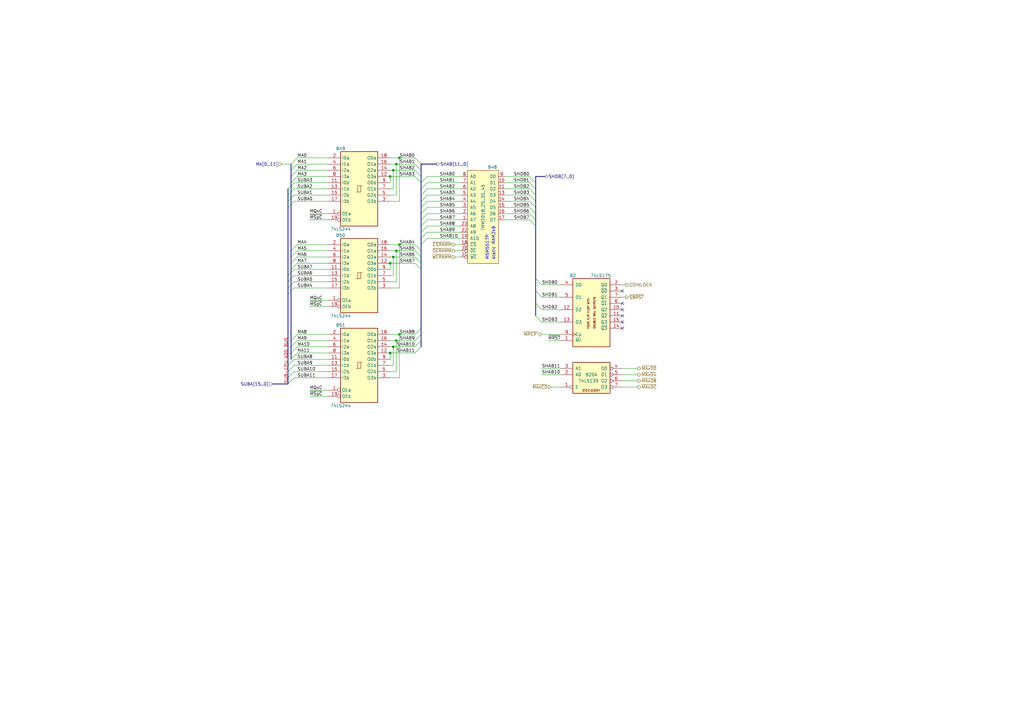
<source format=kicad_sch>
(kicad_sch (version 20231120) (generator "eeschema") (generator_version "8.0")
  (paper "A3")
  (title_block (date "2024-11-16") (rev "José Tejada G.") (company "JOTEGO") (comment 1 "www.patreon.com/jotego") (comment 2 "José Tejada"))
  (lib_symbols
    (symbol "arcade:TMM2018_25_35_45" (pin_names (offset 1.016))
      (property "Reference" "U" (at 0 10.16 0))
      (property "Value" "TMM2018_25_35_45" (at 0 7.62 0))
      (symbol "TMM2018_25_35_45_0_1"
        (rectangle (start -6.35 5.08) (end 6.35 -33.02) (fill (type background)))
      )
      (symbol "TMM2018_25_35_45_1_1"
        (pin input line (at -8.89 -15.24 0) (length 2.54) (name "A7") (number "1"))
        (pin bidirectional line (at 8.89 0 180) (length 2.54) (name "D1") (number "10"))
        (pin bidirectional line (at 8.89 -2.54 180) (length 2.54) (name "D2") (number "11"))
        (pin power_in line (at 0 -33.02 90) (length 2.54) hide (name "GND") (number "12"))
        (pin bidirectional line (at 8.89 -5.08 180) (length 2.54) (name "D3") (number "13"))
        (pin bidirectional line (at 8.89 -7.62 180) (length 2.54) (name "D4") (number "14"))
        (pin bidirectional line (at 8.89 -10.16 180) (length 2.54) (name "D5") (number "15"))
        (pin bidirectional line (at 8.89 -12.7 180) (length 2.54) (name "D6") (number "16"))
        (pin bidirectional line (at 8.89 -15.24 180) (length 2.54) (name "D7") (number "17"))
        (pin input inverted (at -8.89 -25.4 0) (length 2.54) (name "~{CS}") (number "18"))
        (pin input line (at -8.89 -22.86 0) (length 2.54) (name "A10") (number "19"))
        (pin input line (at -8.89 -12.7 0) (length 2.54) (name "A6") (number "2"))
        (pin input inverted (at -8.89 -27.94 0) (length 2.54) (name "~{0E}") (number "20"))
        (pin input inverted (at -8.89 -30.48 0) (length 2.54) (name "~{WE}") (number "21"))
        (pin input line (at -8.89 -20.32 0) (length 2.54) (name "A9") (number "22"))
        (pin input line (at -8.89 -17.78 0) (length 2.54) (name "A8") (number "23"))
        (pin power_in line (at 0 5.08 270) (length 2.54) hide (name "VCC") (number "24"))
        (pin input line (at -8.89 -10.16 0) (length 2.54) (name "A5") (number "3"))
        (pin input line (at -8.89 -7.62 0) (length 2.54) (name "A4") (number "4"))
        (pin input line (at -8.89 -5.08 0) (length 2.54) (name "A3") (number "5"))
        (pin input line (at -8.89 -2.54 0) (length 2.54) (name "A2") (number "6"))
        (pin input line (at -8.89 0 0) (length 2.54) (name "A1") (number "7"))
        (pin input line (at -8.89 2.54 0) (length 2.54) (name "A0") (number "8"))
        (pin bidirectional line (at 8.89 2.54 180) (length 2.54) (name "D0") (number "9"))
      )
    )
    (symbol "jt74:74LS139" (pin_names (offset 1.016))
      (property "Reference" "U" (at 0 1.27 0))
      (property "Value" "74LS139" (at 0 -1.27 0))
      (symbol "74LS139_0_0"
        (text "decoder" (at 0 -6.35 0) (effects (font (size 1.27 1.27))))
      )
      (symbol "74LS139_1_0"
        (pin input inverted (at -12.7 -5.08 0) (length 5.08) (name "E") (number "1"))
        (pin input line (at -12.7 0 0) (length 5.08) (name "A0") (number "2"))
        (pin input line (at -12.7 2.54 0) (length 5.08) (name "A1") (number "3"))
        (pin output inverted (at 12.7 2.54 180) (length 5.08) (name "O0") (number "4"))
        (pin output inverted (at 12.7 0 180) (length 5.08) (name "O1") (number "5"))
        (pin output inverted (at 12.7 -2.54 180) (length 5.08) (name "O2") (number "6"))
        (pin output inverted (at 12.7 -5.08 180) (length 5.08) (name "O3") (number "7"))
      )
      (symbol "74LS139_1_1"
        (rectangle (start -7.62 5.08) (end 7.62 -7.62) (stroke (width 0.254)) (fill (type background)))
      )
      (symbol "74LS139_2_0"
        (pin output inverted (at 12.7 -2.54 180) (length 5.08) (name "O2") (number "10"))
        (pin output inverted (at 12.7 0 180) (length 5.08) (name "O1") (number "11"))
        (pin output inverted (at 12.7 2.54 180) (length 5.08) (name "O0") (number "12"))
        (pin input line (at -12.7 2.54 0) (length 5.08) (name "A1") (number "13"))
        (pin input line (at -12.7 0 0) (length 5.08) (name "A0") (number "14"))
        (pin input inverted (at -12.7 -5.08 0) (length 5.08) (name "E") (number "15"))
        (pin output inverted (at 12.7 -5.08 180) (length 5.08) (name "O3") (number "9"))
      )
      (symbol "74LS139_2_1"
        (rectangle (start -7.62 5.08) (end 7.62 -7.62) (stroke (width 0.254)) (fill (type background)))
      )
      (symbol "74LS139_3_0"
        (pin power_in line (at 0 7.62 270) (length 5.08) hide (name "VCC") (number "16"))
        (pin power_in line (at 0 -7.62 90) (length 5.08) hide (name "VSS") (number "8"))
      )
      (symbol "74LS139_3_1"
        (rectangle (start -5.08 7.62) (end 5.08 -7.62) (stroke (width 0.254)) (fill (type background)))
        (text "+" (at 0 6.35 0) (effects (font (size 1.27 1.27))))
      )
    )
    (symbol "jt74:74LS175" (pin_names (offset 1.016))
      (property "Reference" "U" (at 7.62 13.97 0))
      (property "Value" "74LS175" (at 7.62 -16.51 0))
      (symbol "74LS175_0_0"
        (text "DOUBLE RAIL OUTPUTS" (at 1.27 -1.27 900) (effects (font (size 0.762 0.762))))
        (text "FOUR FLIP FLOP WITH " (at -1.27 -1.27 900) (effects (font (size 0.762 0.762))))
      )
      (symbol "74LS175_1_0"
        (pin input line (at -12.7 -12.7 0) (length 5.08) (name "~{Mr}") (number "1"))
        (pin output line (at 12.7 0 180) (length 5.08) (name "Q2") (number "10"))
        (pin output line (at 12.7 -2.54 180) (length 5.08) (name "~{Q2}") (number "11"))
        (pin input line (at -12.7 0 0) (length 5.08) (name "D2") (number "12"))
        (pin input line (at -12.7 -5.08 0) (length 5.08) (name "D3") (number "13"))
        (pin output line (at 12.7 -7.62 180) (length 5.08) (name "~{Q3}") (number "14"))
        (pin output line (at 12.7 -5.08 180) (length 5.08) (name "Q3") (number "15"))
        (pin power_in line (at 0 12.7 270) (length 5.08) hide (name "VCC") (number "16"))
        (pin output line (at 12.7 10.16 180) (length 5.08) (name "Q0") (number "2"))
        (pin output line (at 12.7 7.62 180) (length 5.08) (name "~{Q0}") (number "3"))
        (pin input line (at -12.7 10.16 0) (length 5.08) (name "D0") (number "4"))
        (pin input line (at -12.7 5.08 0) (length 5.08) (name "D1") (number "5"))
        (pin output line (at 12.7 2.54 180) (length 5.08) (name "~{Q1}") (number "6"))
        (pin output line (at 12.7 5.08 180) (length 5.08) (name "Q1") (number "7"))
        (pin power_in line (at 0 -15.24 90) (length 5.08) hide (name "GND") (number "8"))
        (pin input clock (at -12.7 -10.16 0) (length 5.08) (name "Cp") (number "9"))
      )
      (symbol "74LS175_1_1"
        (rectangle (start -7.62 12.7) (end 7.62 -15.24) (stroke (width 0.254)) (fill (type background)))
      )
    )
    (symbol "jt74:74LS244"
      (property "Reference" "U" (at 7.62 16.51 0))
      (property "Value" "74LS244" (at 3.175 -13.97 0))
      (symbol "74LS244_1_0"
        (polyline (pts (xy -0.635 -1.27) (xy -0.635 1.27) (xy 0.635 1.27)))
        (polyline (pts (xy -1.27 -1.27) (xy 0.635 -1.27) (xy 0.635 1.27) (xy 1.27 1.27)))
        (pin input inverted (at -12.7 -10.16 0) (length 5.08) (name "OEa") (number "1"))
        (pin power_in line (at 0 -15.24 90) (length 5.08) hide (name "VSS") (number "10"))
        (pin input line (at -12.7 2.54 0) (length 5.08) (name "I0b") (number "11"))
        (pin tri_state line (at 12.7 5.08 180) (length 5.08) (name "O3a") (number "12"))
        (pin input line (at -12.7 0 0) (length 5.08) (name "I1b") (number "13"))
        (pin tri_state line (at 12.7 7.62 180) (length 5.08) (name "O2a") (number "14"))
        (pin input line (at -12.7 -2.54 0) (length 5.08) (name "I2b") (number "15"))
        (pin tri_state line (at 12.7 10.16 180) (length 5.08) (name "O1a") (number "16"))
        (pin input line (at -12.7 -5.08 0) (length 5.08) (name "I3b") (number "17"))
        (pin tri_state line (at 12.7 12.7 180) (length 5.08) (name "O0a") (number "18"))
        (pin input inverted (at -12.7 -12.7 0) (length 5.08) (name "OEb") (number "19"))
        (pin input line (at -12.7 12.7 0) (length 5.08) (name "I0a") (number "2"))
        (pin power_in line (at 0 15.24 270) (length 5.08) hide (name "VCC") (number "20"))
        (pin tri_state line (at 12.7 -5.08 180) (length 5.08) (name "O3b") (number "3"))
        (pin input line (at -12.7 10.16 0) (length 5.08) (name "I1a") (number "4"))
        (pin tri_state line (at 12.7 -2.54 180) (length 5.08) (name "O2b") (number "5"))
        (pin input line (at -12.7 7.62 0) (length 5.08) (name "I2a") (number "6"))
        (pin tri_state line (at 12.7 0 180) (length 5.08) (name "O1b") (number "7"))
        (pin input line (at -12.7 5.08 0) (length 5.08) (name "I3a") (number "8"))
        (pin tri_state line (at 12.7 2.54 180) (length 5.08) (name "O0b") (number "9"))
      )
      (symbol "74LS244_1_1"
        (rectangle (start -7.62 15.24) (end 7.62 -15.24) (stroke (width 0.254)) (fill (type background)))
      )
    )
  )
  (junction (at 160.02 72.39))
  (junction (at 161.29 105.41))
  (junction (at 162.56 67.31))
  (junction (at 163.83 137.16))
  (junction (at 160.02 144.78))
  (junction (at 163.83 100.33))
  (junction (at 161.29 142.24))
  (junction (at 162.56 102.87))
  (junction (at 162.56 139.7))
  (junction (at 161.29 69.85))
  (junction (at 163.83 64.77))
  (junction (at 160.02 107.95))
  (no_connect (at 255.27 119.38))
  (no_connect (at 255.27 127))
  (no_connect (at 255.27 132.08))
  (no_connect (at 255.27 134.62))
  (no_connect (at 255.27 129.54))
  (no_connect (at 255.27 124.46))
  (bus_entry (at 121.92 100.33) (size -2.54 2.54))
  (bus_entry (at 170.18 107.95) (size 2.54 2.54))
  (bus_entry (at 120.65 110.49) (size -2.54 2.54))
  (bus_entry (at 175.26 80.01) (size -2.54 2.54))
  (bus_entry (at 121.92 67.31) (size -2.54 2.54))
  (bus_entry (at 170.18 137.16) (size 2.54 -2.54))
  (bus_entry (at 170.18 105.41) (size 2.54 2.54))
  (bus_entry (at 170.18 102.87) (size 2.54 2.54))
  (bus_entry (at 120.65 147.32) (size -2.54 2.54))
  (bus_entry (at 121.92 102.87) (size -2.54 2.54))
  (bus_entry (at 217.17 77.47) (size 2.54 2.54))
  (bus_entry (at 121.92 107.95) (size -2.54 2.54))
  (bus_entry (at 121.92 139.7) (size -2.54 2.54))
  (bus_entry (at 120.65 115.57) (size -2.54 2.54))
  (bus_entry (at 170.18 100.33) (size 2.54 2.54))
  (bus_entry (at 217.17 74.93) (size 2.54 2.54))
  (bus_entry (at 121.92 144.78) (size -2.54 2.54))
  (bus_entry (at 118.11 80.01) (size 2.54 -2.54))
  (bus_entry (at 121.92 137.16) (size -2.54 2.54))
  (bus_entry (at 217.17 87.63) (size 2.54 2.54))
  (bus_entry (at 175.26 85.09) (size -2.54 2.54))
  (bus_entry (at 118.11 82.55) (size 2.54 -2.54))
  (bus_entry (at 170.18 72.39) (size 2.54 2.54))
  (bus_entry (at 170.18 69.85) (size 2.54 2.54))
  (bus_entry (at 121.92 142.24) (size -2.54 2.54))
  (bus_entry (at 175.26 92.71) (size -2.54 2.54))
  (bus_entry (at 170.18 139.7) (size 2.54 -2.54))
  (bus_entry (at 118.11 77.47) (size 2.54 -2.54))
  (bus_entry (at 175.26 74.93) (size -2.54 2.54))
  (bus_entry (at 170.18 67.31) (size 2.54 2.54))
  (bus_entry (at 121.92 105.41) (size -2.54 2.54))
  (bus_entry (at 120.65 118.11) (size -2.54 2.54))
  (bus_entry (at 175.26 87.63) (size -2.54 2.54))
  (bus_entry (at 175.26 82.55) (size -2.54 2.54))
  (bus_entry (at 170.18 144.78) (size 2.54 -2.54))
  (bus_entry (at 170.18 64.77) (size 2.54 2.54))
  (bus_entry (at 217.17 80.01) (size 2.54 2.54))
  (bus_entry (at 219.71 119.38) (size 2.54 2.54))
  (bus_entry (at 217.17 90.17) (size 2.54 2.54))
  (bus_entry (at 170.18 142.24) (size 2.54 -2.54))
  (bus_entry (at 118.11 85.09) (size 2.54 -2.54))
  (bus_entry (at 120.65 149.86) (size -2.54 2.54))
  (bus_entry (at 217.17 72.39) (size 2.54 2.54))
  (bus_entry (at 120.65 152.4) (size -2.54 2.54))
  (bus_entry (at 120.65 154.94) (size -2.54 2.54))
  (bus_entry (at 217.17 82.55) (size 2.54 2.54))
  (bus_entry (at 175.26 90.17) (size -2.54 2.54))
  (bus_entry (at 219.71 124.46) (size 2.54 2.54))
  (bus_entry (at 219.71 129.54) (size 2.54 2.54))
  (bus_entry (at 217.17 85.09) (size 2.54 2.54))
  (bus_entry (at 121.92 64.77) (size -2.54 2.54))
  (bus_entry (at 120.65 113.03) (size -2.54 2.54))
  (bus_entry (at 175.26 97.79) (size -2.54 2.54))
  (bus_entry (at 219.71 114.3) (size 2.54 2.54))
  (bus_entry (at 175.26 77.47) (size -2.54 2.54))
  (bus_entry (at 121.92 72.39) (size -2.54 2.54))
  (bus_entry (at 175.26 95.25) (size -2.54 2.54))
  (bus_entry (at 121.92 69.85) (size -2.54 2.54))
  (bus_entry (at 175.26 72.39) (size -2.54 2.54))
  (wire (pts (xy 163.83 82.55) (xy 163.83 64.77)))
  (bus (pts (xy 172.72 69.85) (xy 172.72 72.39)))
  (bus (pts (xy 119.38 142.24) (xy 119.38 144.78)))
  (wire (pts (xy 160.02 69.85) (xy 161.29 69.85)))
  (bus (pts (xy 172.72 137.16) (xy 172.72 139.7)))
  (wire (pts (xy 120.65 82.55) (xy 134.62 82.55)))
  (bus (pts (xy 219.71 80.01) (xy 219.71 82.55)))
  (bus (pts (xy 172.72 80.01) (xy 172.72 82.55)))
  (wire (pts (xy 189.23 80.01) (xy 175.26 80.01)))
  (wire (pts (xy 222.25 127) (xy 229.87 127)))
  (bus (pts (xy 118.11 154.94) (xy 118.11 157.48)))
  (wire (pts (xy 162.56 152.4) (xy 162.56 139.7)))
  (wire (pts (xy 162.56 67.31) (xy 170.18 67.31)))
  (wire (pts (xy 160.02 139.7) (xy 162.56 139.7)))
  (wire (pts (xy 207.01 72.39) (xy 217.17 72.39)))
  (wire (pts (xy 127 123.19) (xy 134.62 123.19)))
  (bus (pts (xy 172.72 67.31) (xy 172.72 69.85)))
  (wire (pts (xy 134.62 137.16) (xy 121.92 137.16)))
  (wire (pts (xy 162.56 67.31) (xy 162.56 80.01)))
  (wire (pts (xy 222.25 132.08) (xy 229.87 132.08)))
  (wire (pts (xy 120.65 113.03) (xy 134.62 113.03)))
  (bus (pts (xy 118.11 152.4) (xy 118.11 154.94)))
  (wire (pts (xy 175.26 74.93) (xy 189.23 74.93)))
  (wire (pts (xy 162.56 115.57) (xy 162.56 102.87)))
  (bus (pts (xy 172.72 102.87) (xy 172.72 105.41)))
  (wire (pts (xy 120.65 110.49) (xy 134.62 110.49)))
  (bus (pts (xy 172.72 95.25) (xy 172.72 97.79)))
  (wire (pts (xy 134.62 144.78) (xy 121.92 144.78)))
  (wire (pts (xy 189.23 92.71) (xy 175.26 92.71)))
  (wire (pts (xy 189.23 87.63) (xy 175.26 87.63)))
  (wire (pts (xy 207.01 77.47) (xy 217.17 77.47)))
  (wire (pts (xy 207.01 74.93) (xy 217.17 74.93)))
  (bus (pts (xy 223.52 72.39) (xy 219.71 72.39)))
  (bus (pts (xy 119.38 139.7) (xy 119.38 142.24)))
  (bus (pts (xy 219.71 85.09) (xy 219.71 87.63)))
  (bus (pts (xy 172.72 74.93) (xy 172.72 77.47)))
  (bus (pts (xy 118.11 118.11) (xy 118.11 120.65)))
  (wire (pts (xy 224.79 139.7) (xy 229.87 139.7)))
  (wire (pts (xy 160.02 149.86) (xy 161.29 149.86)))
  (wire (pts (xy 120.65 74.93) (xy 134.62 74.93)))
  (bus (pts (xy 219.71 119.38) (xy 219.71 124.46)))
  (wire (pts (xy 160.02 144.78) (xy 170.18 144.78)))
  (wire (pts (xy 160.02 113.03) (xy 161.29 113.03)))
  (wire (pts (xy 222.25 116.84) (xy 229.87 116.84)))
  (wire (pts (xy 134.62 139.7) (xy 121.92 139.7)))
  (bus (pts (xy 219.71 87.63) (xy 219.71 90.17)))
  (bus (pts (xy 172.72 107.95) (xy 172.72 110.49)))
  (bus (pts (xy 172.72 100.33) (xy 172.72 102.87)))
  (wire (pts (xy 161.29 105.41) (xy 170.18 105.41)))
  (wire (pts (xy 160.02 105.41) (xy 161.29 105.41)))
  (bus (pts (xy 172.72 82.55) (xy 172.72 85.09)))
  (wire (pts (xy 255.27 116.84) (xy 256.54 116.84)))
  (bus (pts (xy 172.72 90.17) (xy 172.72 92.71)))
  (wire (pts (xy 163.83 64.77) (xy 170.18 64.77)))
  (bus (pts (xy 118.11 82.55) (xy 118.11 85.09)))
  (wire (pts (xy 189.23 85.09) (xy 175.26 85.09)))
  (bus (pts (xy 172.72 92.71) (xy 172.72 95.25)))
  (wire (pts (xy 226.06 158.75) (xy 229.87 158.75)))
  (wire (pts (xy 189.23 97.79) (xy 175.26 97.79)))
  (wire (pts (xy 222.25 153.67) (xy 229.87 153.67)))
  (wire (pts (xy 189.23 95.25) (xy 175.26 95.25)))
  (wire (pts (xy 175.26 72.39) (xy 189.23 72.39)))
  (wire (pts (xy 120.65 154.94) (xy 134.62 154.94)))
  (bus (pts (xy 219.71 114.3) (xy 219.71 119.38)))
  (wire (pts (xy 161.29 113.03) (xy 161.29 105.41)))
  (wire (pts (xy 127 90.17) (xy 134.62 90.17)))
  (wire (pts (xy 160.02 102.87) (xy 162.56 102.87)))
  (bus (pts (xy 119.38 72.39) (xy 119.38 74.93)))
  (wire (pts (xy 160.02 77.47) (xy 161.29 77.47)))
  (bus (pts (xy 172.72 134.62) (xy 172.72 137.16)))
  (bus (pts (xy 219.71 92.71) (xy 219.71 114.3)))
  (wire (pts (xy 127 87.63) (xy 134.62 87.63)))
  (wire (pts (xy 121.92 72.39) (xy 134.62 72.39)))
  (wire (pts (xy 207.01 80.01) (xy 217.17 80.01)))
  (wire (pts (xy 127 162.56) (xy 134.62 162.56)))
  (wire (pts (xy 163.83 100.33) (xy 170.18 100.33)))
  (wire (pts (xy 121.92 69.85) (xy 134.62 69.85)))
  (bus (pts (xy 219.71 72.39) (xy 219.71 74.93)))
  (wire (pts (xy 189.23 90.17) (xy 175.26 90.17)))
  (wire (pts (xy 207.01 85.09) (xy 217.17 85.09)))
  (bus (pts (xy 111.76 157.48) (xy 118.11 157.48)))
  (wire (pts (xy 160.02 72.39) (xy 160.02 74.93)))
  (wire (pts (xy 163.83 137.16) (xy 170.18 137.16)))
  (wire (pts (xy 222.25 151.13) (xy 229.87 151.13)))
  (wire (pts (xy 120.65 147.32) (xy 134.62 147.32)))
  (wire (pts (xy 163.83 154.94) (xy 160.02 154.94)))
  (wire (pts (xy 162.56 102.87) (xy 170.18 102.87)))
  (wire (pts (xy 255.27 121.92) (xy 256.54 121.92)))
  (wire (pts (xy 255.27 151.13) (xy 261.62 151.13)))
  (wire (pts (xy 186.69 100.33) (xy 189.23 100.33)))
  (wire (pts (xy 186.69 105.41) (xy 189.23 105.41)))
  (wire (pts (xy 160.02 144.78) (xy 160.02 147.32)))
  (wire (pts (xy 160.02 72.39) (xy 170.18 72.39)))
  (wire (pts (xy 255.27 153.67) (xy 261.62 153.67)))
  (bus (pts (xy 119.38 74.93) (xy 119.38 102.87)))
  (wire (pts (xy 186.69 102.87) (xy 189.23 102.87)))
  (wire (pts (xy 207.01 87.63) (xy 217.17 87.63)))
  (wire (pts (xy 207.01 90.17) (xy 217.17 90.17)))
  (wire (pts (xy 115.57 67.31) (xy 119.38 67.31)))
  (wire (pts (xy 222.25 137.16) (xy 229.87 137.16)))
  (wire (pts (xy 120.65 152.4) (xy 134.62 152.4)))
  (wire (pts (xy 160.02 107.95) (xy 160.02 110.49)))
  (wire (pts (xy 121.92 67.31) (xy 134.62 67.31)))
  (wire (pts (xy 161.29 77.47) (xy 161.29 69.85)))
  (wire (pts (xy 161.29 142.24) (xy 170.18 142.24)))
  (wire (pts (xy 121.92 107.95) (xy 134.62 107.95)))
  (bus (pts (xy 219.71 74.93) (xy 219.71 77.47)))
  (bus (pts (xy 118.11 115.57) (xy 118.11 118.11)))
  (bus (pts (xy 118.11 113.03) (xy 118.11 115.57)))
  (wire (pts (xy 120.65 149.86) (xy 134.62 149.86)))
  (wire (pts (xy 160.02 118.11) (xy 163.83 118.11)))
  (wire (pts (xy 160.02 67.31) (xy 162.56 67.31)))
  (wire (pts (xy 160.02 142.24) (xy 161.29 142.24)))
  (bus (pts (xy 172.72 87.63) (xy 172.72 90.17)))
  (wire (pts (xy 160.02 107.95) (xy 170.18 107.95)))
  (bus (pts (xy 172.72 110.49) (xy 172.72 134.62)))
  (wire (pts (xy 255.27 158.75) (xy 261.62 158.75)))
  (bus (pts (xy 118.11 85.09) (xy 118.11 113.03)))
  (wire (pts (xy 207.01 82.55) (xy 217.17 82.55)))
  (wire (pts (xy 121.92 102.87) (xy 134.62 102.87)))
  (bus (pts (xy 172.72 139.7) (xy 172.72 142.24)))
  (wire (pts (xy 162.56 139.7) (xy 170.18 139.7)))
  (wire (pts (xy 121.92 64.77) (xy 134.62 64.77)))
  (wire (pts (xy 121.92 100.33) (xy 134.62 100.33)))
  (bus (pts (xy 219.71 77.47) (xy 219.71 80.01)))
  (wire (pts (xy 222.25 121.92) (xy 229.87 121.92)))
  (wire (pts (xy 160.02 115.57) (xy 162.56 115.57)))
  (wire (pts (xy 134.62 142.24) (xy 121.92 142.24)))
  (bus (pts (xy 119.38 67.31) (xy 119.38 69.85)))
  (bus (pts (xy 172.72 77.47) (xy 172.72 80.01)))
  (bus (pts (xy 172.72 105.41) (xy 172.72 107.95)))
  (bus (pts (xy 119.38 69.85) (xy 119.38 72.39)))
  (wire (pts (xy 161.29 69.85) (xy 170.18 69.85)))
  (wire (pts (xy 120.65 80.01) (xy 134.62 80.01)))
  (wire (pts (xy 160.02 82.55) (xy 163.83 82.55)))
  (bus (pts (xy 118.11 152.4) (xy 118.11 149.86)))
  (wire (pts (xy 160.02 137.16) (xy 163.83 137.16)))
  (wire (pts (xy 161.29 142.24) (xy 161.29 149.86)))
  (wire (pts (xy 189.23 77.47) (xy 175.26 77.47)))
  (wire (pts (xy 160.02 152.4) (xy 162.56 152.4)))
  (bus (pts (xy 119.38 110.49) (xy 119.38 139.7)))
  (bus (pts (xy 118.11 120.65) (xy 118.11 149.86)))
  (bus (pts (xy 118.11 80.01) (xy 118.11 82.55)))
  (wire (pts (xy 160.02 64.77) (xy 163.83 64.77)))
  (wire (pts (xy 163.83 137.16) (xy 163.83 154.94)))
  (wire (pts (xy 127 125.73) (xy 134.62 125.73)))
  (wire (pts (xy 189.23 82.55) (xy 175.26 82.55)))
  (wire (pts (xy 160.02 100.33) (xy 163.83 100.33)))
  (wire (pts (xy 120.65 115.57) (xy 134.62 115.57)))
  (wire (pts (xy 162.56 80.01) (xy 160.02 80.01)))
  (bus (pts (xy 118.11 77.47) (xy 118.11 80.01)))
  (wire (pts (xy 163.83 118.11) (xy 163.83 100.33)))
  (bus (pts (xy 172.72 72.39) (xy 172.72 74.93)))
  (bus (pts (xy 219.71 124.46) (xy 219.71 129.54)))
  (wire (pts (xy 121.92 105.41) (xy 134.62 105.41)))
  (bus (pts (xy 172.72 97.79) (xy 172.72 100.33)))
  (bus (pts (xy 119.38 107.95) (xy 119.38 110.49)))
  (bus (pts (xy 119.38 144.78) (xy 119.38 147.32)))
  (wire (pts (xy 255.27 156.21) (xy 261.62 156.21)))
  (wire (pts (xy 120.65 77.47) (xy 134.62 77.47)))
  (bus (pts (xy 219.71 90.17) (xy 219.71 92.71)))
  (bus (pts (xy 172.72 85.09) (xy 172.72 87.63)))
  (bus (pts (xy 179.07 67.31) (xy 172.72 67.31)))
  (bus (pts (xy 119.38 105.41) (xy 119.38 107.95)))
  (wire (pts (xy 127 160.02) (xy 134.62 160.02)))
  (bus (pts (xy 219.71 82.55) (xy 219.71 85.09)))
  (wire (pts (xy 120.65 118.11) (xy 134.62 118.11)))
  (bus (pts (xy 119.38 102.87) (xy 119.38 105.41)))
  (text "M5M5517P" (at 200.66 106.68 90) (effects (font (size 1.27 1.27)) (justify left bottom)))
  (text "static RAM " (at 203.2 106.68 90) (effects (font (size 1.27 1.27)) (justify left bottom)))
  (text "2kB" (at 203.2 96.52 90) (effects (font (size 1.27 1.27)) (justify left bottom)))
  (text "SUB-CPU ADD BUS" (at 118.11 157.48 90) (effects (font (size 1.27 1.27)) (justify left bottom)))
  (label "MA1" (at 121.92 67.31 0))
  (label "SHAB3" (at 170.18 72.39 180))
  (label "SHAB11" (at 222.25 151.13 0))
  (label "MA8" (at 121.92 137.16 0))
  (label "SHDB3" (at 222.25 132.08 0))
  (label "SHAB3" (at 180.34 80.01 0))
  (label "MA9" (at 121.92 139.7 0))
  (label "SUBA4" (at 121.92 118.11 0))
  (label "MQxC" (at 127 123.19 0))
  (label "SHAB1" (at 170.18 67.31 180))
  (label "~{MRST}" (at 224.79 139.7 0))
  (label "SHAB2" (at 180.34 77.47 0))
  (label "SHAB10" (at 222.25 153.67 0))
  (label "SHAB7" (at 170.18 107.95 180))
  (label "SUBA1" (at 121.92 80.01 0))
  (label "SHAB10" (at 170.18 142.24 180))
  (label "SHDB1" (at 222.25 121.92 0))
  (label "MA11" (at 121.92 144.78 0))
  (label "~{MSpC}" (at 127 90.17 0))
  (label "SUBA11" (at 121.92 154.94 0))
  (label "SHDB2" (at 217.17 77.47 180))
  (label "SHAB1" (at 180.34 74.93 0))
  (label "SHDB1" (at 217.17 74.93 180))
  (label "SUBA9" (at 121.92 149.86 0))
  (label "SUBA0" (at 121.92 82.55 0))
  (label "SHAB6" (at 170.18 105.41 180))
  (label "SUBA5" (at 121.92 115.57 0))
  (label "SHDB6" (at 217.17 87.63 180))
  (label "MA10" (at 121.92 142.24 0))
  (label "~{MSpC}" (at 127 162.56 0))
  (label "SUBA7" (at 121.92 110.49 0))
  (label "SHDB4" (at 217.17 82.55 180))
  (label "MA6" (at 121.92 105.41 0))
  (label "SHAB9" (at 170.18 139.7 180))
  (label "MQxC" (at 127 160.02 0))
  (label "SHDB2" (at 222.25 127 0))
  (label "MA7" (at 121.92 107.95 0))
  (label "SHDB7" (at 217.17 90.17 180))
  (label "~{MSpC}" (at 127 125.73 0))
  (label "SUBA2" (at 121.92 77.47 0))
  (label "SHAB8" (at 180.34 92.71 0))
  (label "SHDB5" (at 217.17 85.09 180))
  (label "SHDB0" (at 222.25 116.84 0))
  (label "SHAB11" (at 170.18 144.78 180))
  (label "SHAB0" (at 170.18 64.77 180))
  (label "SUBA3" (at 121.92 74.93 0))
  (label "SUBA6" (at 121.92 113.03 0))
  (label "SHAB2" (at 170.18 69.85 180))
  (label "SHAB10" (at 180.34 97.79 0))
  (label "MA5" (at 121.92 102.87 0))
  (label "SHAB0" (at 180.34 72.39 0))
  (label "SUBA8" (at 121.92 147.32 0))
  (label "SHAB7" (at 180.34 90.17 0))
  (label "SHAB5" (at 170.18 102.87 180))
  (label "SHDB3" (at 217.17 80.01 180))
  (label "MA3" (at 121.92 72.39 0))
  (label "SUBA10" (at 121.92 152.4 0))
  (label "SHAB5" (at 180.34 85.09 0))
  (label "SHAB8" (at 170.18 137.16 180))
  (label "MA4" (at 121.92 100.33 0))
  (label "MQxC" (at 127 87.63 0))
  (label "MA2" (at 121.92 69.85 0))
  (label "SHAB9" (at 180.34 95.25 0))
  (label "SHAB6" (at 180.34 87.63 0))
  (label "MA0" (at 121.92 64.77 0))
  (label "SHAB4" (at 170.18 100.33 180))
  (label "SHAB4" (at 180.34 82.55 0))
  (label "SHDB0" (at 217.17 72.39 180))
  (hierarchical_label "SHDB[7..0]" (shape bidirectional) (at 223.52 72.39 0))
  (hierarchical_label "~{MAxD4}" (shape output) (at 261.62 153.67 0))
  (hierarchical_label "~{MAxCD}" (shape input) (at 226.06 158.75 180))
  (hierarchical_label "~{MAxD0}" (shape output) (at 261.62 151.13 0))
  (hierarchical_label "~{SBRST}" (shape output) (at 256.54 121.92 0))
  (hierarchical_label "COINLOCK" (shape output) (at 256.54 116.84 0))
  (hierarchical_label "~{MAxDC}" (shape output) (at 261.62 158.75 0))
  (hierarchical_label "~{MAxD8}" (shape output) (at 261.62 156.21 0))
  (hierarchical_label "SUBA[15..0]" (shape input) (at 111.76 157.48 180))
  (hierarchical_label "~{WERAMM}" (shape input) (at 186.69 105.41 180))
  (hierarchical_label "~{CSRAMM}" (shape input) (at 186.69 100.33 180))
  (hierarchical_label "SHAB[11..0]" (shape output) (at 179.07 67.31 0))
  (hierarchical_label "~{OERAMM}" (shape input) (at 186.69 102.87 180))
  (hierarchical_label "MA[0..11]" (shape input) (at 115.57 67.31 180))
  (hierarchical_label "~{MPCP'}" (shape input) (at 222.25 137.16 180))
  (symbol (lib_id "arcade:TMM2018_25_35_45") (at 198.12 74.93 0) (unit 1)
    (property "Reference" "B48" (at 201.93 68.58 0))
    (property "Value" "TMM2018_25_35_45" (at 198.12 85.09 90))
  )
  (symbol (lib_id "jt74:74LS244") (at 147.32 113.03 0) (unit 1)
    (property "Reference" "B50" (at 139.7 96.52 0))
    (property "Value" "74LS244" (at 139.7 129.54 0))
    (property "Datasheet" "http://www.ti.com/lit/gpn/sn74LS244" (effects (hide yes)))
    (property "Description" "8-bit Bus Buffer 3-State outputs" (effects (hide yes)))
  )
  (symbol (lib_id "jt74:74LS139") (at 242.57 153.67 0) (unit 1)
    (property "Reference" "B20" (at 242.57 153.67 0))
    (property "Value" "74LS139" (at 241.3 156.21 0))
    (property "Datasheet" "https://www.ti.com/lit/ds/symlink/sn74ls139a.pdf?ts=1731778661019" (effects (hide yes)))
    (property "Description" "Dual Decoder 1 of 4, Active low outputs" (effects (hide yes)))
  )
  (symbol (lib_id "jt74:74LS175") (at 242.57 127 0) (unit 1)
    (property "Reference" "B2" (at 234.95 113.03 0))
    (property "Value" "74LS175" (at 246.38 113.03 0))
    (property "Datasheet" "http://www.ti.com/lit/gpn/sn74LS175" (effects (hide yes)))
    (property "Description" "4-bit D Flip-Flop, reset" (effects (hide yes)))
  )
  (symbol (lib_id "jt74:74LS244") (at 147.32 149.86 0) (unit 1)
    (property "Reference" "B51" (at 139.7 133.35 0))
    (property "Value" "74LS244" (at 139.7 166.37 0))
    (property "Datasheet" "http://www.ti.com/lit/gpn/sn74LS244" (effects (hide yes)))
    (property "Description" "8-bit Bus Buffer 3-State outputs" (effects (hide yes)))
  )
  (symbol (lib_id "jt74:74LS244") (at 147.32 77.47 0) (unit 1)
    (property "Reference" "B49" (at 139.7 60.96 0))
    (property "Value" "74LS244" (at 139.7 93.98 0))
    (property "Datasheet" "http://www.ti.com/lit/gpn/sn74LS244" (effects (hide yes)))
    (property "Description" "8-bit Bus Buffer 3-State outputs" (effects (hide yes)))
  )
)
</source>
